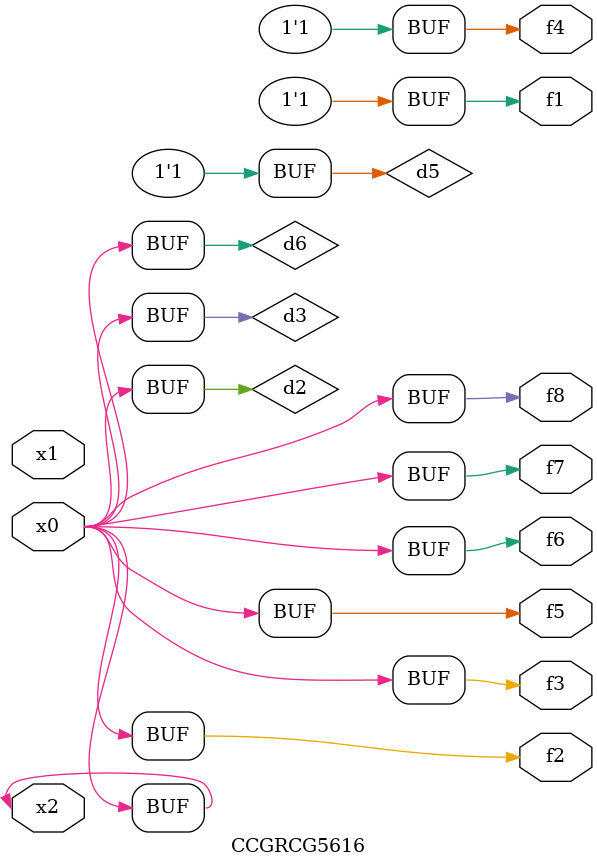
<source format=v>
module CCGRCG5616(
	input x0, x1, x2,
	output f1, f2, f3, f4, f5, f6, f7, f8
);

	wire d1, d2, d3, d4, d5, d6;

	xnor (d1, x2);
	buf (d2, x0, x2);
	and (d3, x0);
	xnor (d4, x1, x2);
	nand (d5, d1, d3);
	buf (d6, d2, d3);
	assign f1 = d5;
	assign f2 = d6;
	assign f3 = d6;
	assign f4 = d5;
	assign f5 = d6;
	assign f6 = d6;
	assign f7 = d6;
	assign f8 = d6;
endmodule

</source>
